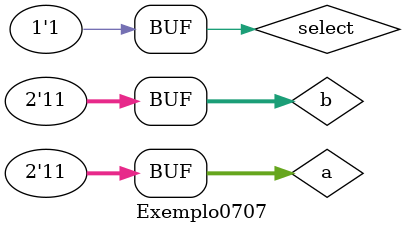
<source format=v>
/*
* Aluno: Henrique Augusto Rodrigues
* Matricula: 675263
* Arquitetura 1 - Tarde
* Guia_07  Exemplo 0707.
*/
module mux (output out_s, input in_0, in_1, select);

//wires
wire not_select;
wire on_0, on_1;


//portas
not NOT1 (not_select, select);
and AND1 (on_0, in_0, not_select);
and AND2 (on_1, in_1, select);

or OR1 (out_s, on_1, on_0);

endmodule

module AmenorB (output out_s, input in_a0, in_a1, in_b0, in_b1);
//wires
wire not_a1, not_a0, out_and1, out_and2, out_and3;

not NOTa1 (not_a1, in_a1);
not NOTa0 (not_a0, in_a0);

and AND1 (out_and1, not_a1, in_b1);
and AND2 (out_and2, not_a1, not_a0, in_b0);
and AND3 (out_and3, not_a0, in_b1, in_b0);

or OR1(out_s, out_and1, out_and2, out_and3);
endmodule

module AmaiorB (output out_s, input in_a0, in_a1, in_b0, in_b1);
//wires
wire not_b1, not_b0, out_and1, out_and2, out_and3;

not NOTb1 (not_b1, in_b1);
not NOTb0 (not_b0, in_b0);

and AND1 (out_and1, in_a1, not_b1);
and AND2 (out_and2, in_a0, not_b1, not_b0);
and AND3 (out_and3, in_a0, in_a1, not_b0);

or OR1(out_s, out_and1, out_and2, out_and3);
endmodule


module Exemplo0707;

//definicoes

reg[1:0] a, b;
reg select;
wire menor_out, maior_out, s;

AmenorB MENOR1 (menor_out, a[0], a[1], b[0], b[1]);
AmaiorB MAIOR1 (maior_out, a[0], a[1], b[0], b[1]);

mux MUX (s, menor_out, maior_out, select);


initial
begin: main
$display ("Exemplo_0707");
$display ("675263 - Henrique Augusto Rodrigues");
$display (" a   b   select    S");

a=0; b=0; select=0;

//monitor
#1 $monitor(" %b  %b     %b      %b ", a, b, select, s);

#1 a=0; b=1; select=0;
#1 a=0; b=2; select=0;
#1 a=0; b=3; select=0;
#1 a=1; b=0; select=0;
#1 a=1; b=1; select=0;
#1 a=1; b=2; select=0;
#1 a=1; b=3; select=0;
#1 a=2; b=0; select=0;
#1 a=2; b=1; select=0;
#1 a=2; b=2; select=0;
#1 a=2; b=3; select=0;
#1 a=3; b=0; select=0;
#1 a=3; b=1; select=0;
#1 a=3; b=2; select=0;
#1 a=3; b=3; select=0;

#1 a=0; b=0; select=1;$display("");
#1 a=0; b=1; select=1;
#1 a=0; b=2; select=1;
#1 a=0; b=3; select=1;
#1 a=1; b=0; select=1;
#1 a=1; b=1; select=1;
#1 a=1; b=2; select=1;
#1 a=1; b=3; select=1;
#1 a=2; b=0; select=1;
#1 a=2; b=1; select=1;
#1 a=2; b=2; select=1;
#1 a=2; b=3; select=1;
#1 a=3; b=0; select=1;
#1 a=3; b=1; select=1;
#1 a=3; b=2; select=1;
#1 a=3; b=3; select=1;


end
endmodule

</source>
